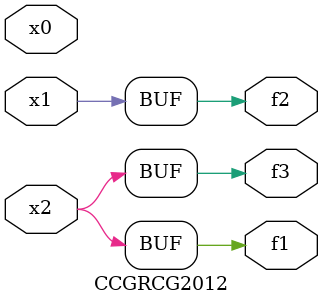
<source format=v>
module CCGRCG2012(
	input x0, x1, x2,
	output f1, f2, f3
);
	assign f1 = x2;
	assign f2 = x1;
	assign f3 = x2;
endmodule

</source>
